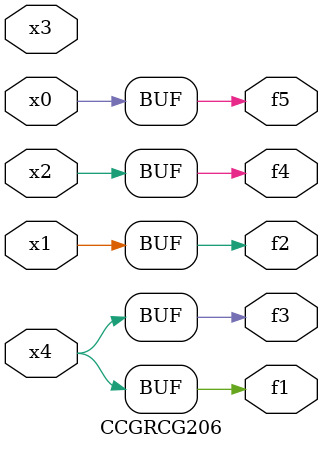
<source format=v>
module CCGRCG206(
	input x0, x1, x2, x3, x4,
	output f1, f2, f3, f4, f5
);
	assign f1 = x4;
	assign f2 = x1;
	assign f3 = x4;
	assign f4 = x2;
	assign f5 = x0;
endmodule

</source>
